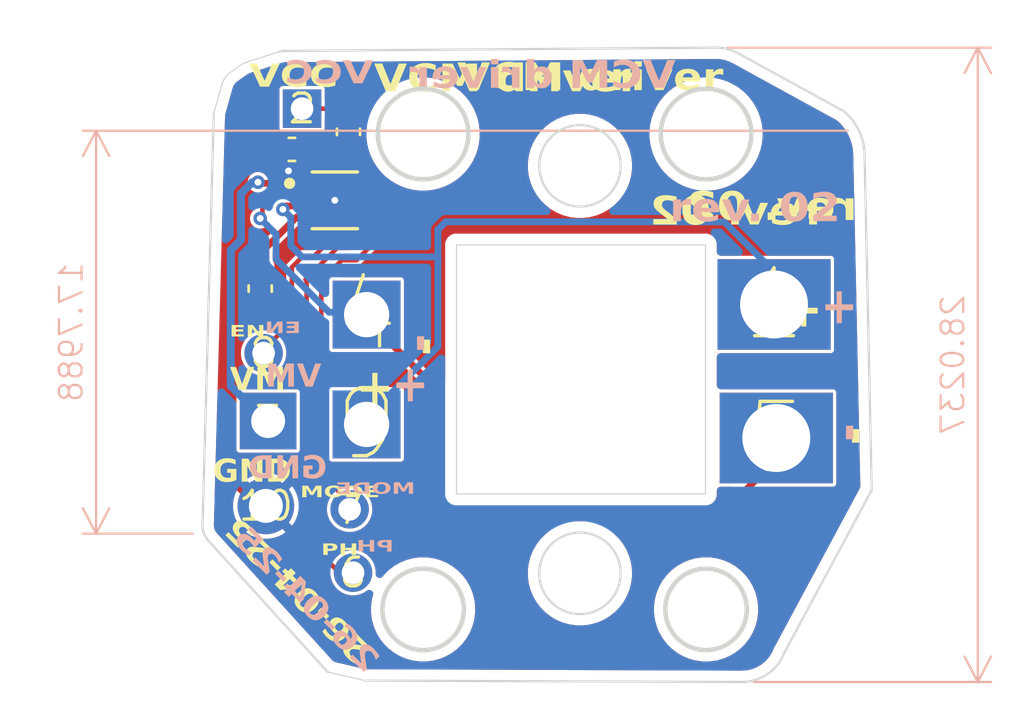
<source format=kicad_pcb>
(kicad_pcb (version 20241229) (generator "pcbnew") (generator_version "9.0")
  (layers (0 "F.Cu" signal) (2 "B.Cu" signal) (13 "F.Paste" user) (15 "B.Paste" user) (5 "F.SilkS" user "F.Silkscreen") (7 "B.SilkS" user "B.Silkscreen") (1 "F.Mask" user) (3 "B.Mask" user) (25 "Edge.Cuts" user))
  (net 0 "")
  (net 1 "Net-(U1-VM)")
  (net 2 "Net-(U1-VCC)")
  (net 3 "VCM -")
  (net 4 "+3.3V")
  (net 5 "Net-(U1-GND)")
  (net 6 "VCM +")
  (net 7 "PWM_EN")
  (net 8 "SLEEP")
  (net 9 "PWM_PH")
  (net 10 "GNDREF")
  (footprint "" (layer "F.Cu") (at 144.95 114.5)
    (property "Reference" "4" (at 0 0 0) (layer "F.SilkS") (effects (font (size 3 3))))
    (property "Value" "")
    (pad "1" thru_hole rect (at 0 0) (size 3 3) (drill 2) (layers "*.Cu" "*.Mask") (net 3 "VCM -"))
  )
  (footprint "" (layer "F.Cu") (at 163.05 119.95 180)
    (property "Reference" "5" (at 0 0 0) (layer "F.SilkS") (effects (font (size 3 3))))
    (property "Value" "")
    (pad "" thru_hole rect (at 0 0 180) (size 5 4) (drill 3) (layers "*.Cu" "*.Mask") (net 3 "VCM -"))
  )
  (footprint "Capacitor_SMD:C_0603_1608Metric" (layer "F.Cu") (at 140.25 113.35 -90)
    (property "Reference" "C1" (hide yes))
    (property "Value" "0.1 uF" (hide yes))
    (fp_line (start -0.14058 0.51) (end 0.14058 0.51) (stroke (width 0.12)) (layer "F.SilkS"))
    (fp_line (start -0.14058 -0.51) (end 0.14058 -0.51) (stroke (width 0.12)) (layer "F.SilkS"))
    (pad "1" smd roundrect (at -0.775 0 270) (size 0.9 0.95) (layers "F.Cu" "F.Mask" "F.Paste") (net 5 "Net-(U1-GND)"))
    (pad "2" smd roundrect (at 0.775 0 270) (size 0.9 0.95) (layers "F.Cu" "F.Mask" "F.Paste") (net 10 "GNDREF"))
  )
  (footprint "Capacitor_SMD:C_0603_1608Metric" (layer "F.Cu") (at 144.15 106.425 -90)
    (property "Reference" "C2" (hide yes))
    (property "Value" "0.1 uF" (hide yes))
    (fp_line (start -0.14058 0.51) (end 0.14058 0.51) (stroke (width 0.12)) (layer "F.SilkS"))
    (fp_line (start -0.14058 -0.51) (end 0.14058 -0.51) (stroke (width 0.12)) (layer "F.SilkS"))
    (pad "1" smd roundrect (at -0.775 0 270) (size 0.9 0.95) (layers "F.Cu" "F.Mask" "F.Paste") (net 4 "+3.3V"))
    (pad "2" smd roundrect (at 0.775 0 270) (size 0.9 0.95) (layers "F.Cu" "F.Mask" "F.Paste") (net 2 "Net-(U1-VCC)"))
  )
  (footprint "" (layer "F.Cu") (at 162.95 114.05 180)
    (property "Reference" "1" (at 0 0 0) (layer "F.SilkS") (effects (font (size 3 3))))
    (property "Value" "")
    (pad "e" thru_hole rect (at 0 0 180) (size 5 4) (drill 3) (layers "*.Cu" "*.Mask") (net 6 "VCM +"))
  )
  (footprint "" (layer "F.Cu") (at 144.35 125.9)
    (property "Reference" "6" (at 0 0 0) (layer "F.SilkS") (effects (font (size 1.27 1.27))))
    (property "Value" "")
    (pad "" thru_hole circle (at 0 0) (size 1.7 1.7) (drill 1) (layers "*.Cu" "*.Mask") (net 9 "PWM_PH"))
  )
  (footprint "" (layer "F.Cu") (at 144.2 123.1)
    (property "Reference" "7" (at 0 0 0) (layer "F.SilkS") (effects (font (size 1.27 1.27))))
    (property "Value" "")
    (pad "1" thru_hole circle (at 0 0) (size 1.7 1.7) (drill 1) (layers "*.Cu" "*.Mask") (net 8 "SLEEP"))
  )
  (footprint "" (layer "F.Cu") (at 142.1 105.4)
    (property "Reference" "2" (at 0 0 0) (layer "F.SilkS") (effects (font (size 1.27 1.27))))
    (property "Value" "")
    (pad "1" thru_hole rect (at 0 0) (size 1.7 1.7) (drill 1) (layers "*.Cu" "*.Mask") (net 4 "+3.3V"))
  )
  (footprint "drv8210:DRV8210" (layer "F.Cu") (at 143.546968 109.45)
    (property "Reference" "U1" (hide yes))
    (property "Value" "DRV8210DSGR" (hide yes))
    (fp_line (start -1.000001 -1.253401) (end 1.000001 -1.253401) (stroke (width 0.15)) (layer "F.SilkS"))
    (fp_line (start -1.000001 1.253401) (end 1.000001 1.253401) (stroke (width 0.15)) (layer "F.SilkS"))
    (fp_circle (center -2.000001 -0.750001) (end -1.875 -0.750001) (stroke (width 0.25)) (fill no) (layer "F.SilkS"))
    (pad "1" smd rect (at -1.053033 -0.749998) (size 0.806066 0.256842) (layers "F.Cu" "F.Mask" "F.Paste") (net 1 "Net-(U1-VM)"))
    (pad "2" smd rect (at -1.053033 -0.25) (size 0.806066 0.256842) (layers "F.Cu" "F.Mask" "F.Paste") (net 3 "VCM -"))
    (pad "3" smd rect (at -1.053033 0.25) (size 0.806066 0.256842) (layers "F.Cu" "F.Mask" "F.Paste") (net 6 "VCM +"))
    (pad "4" smd rect (at -1.053033 0.750001) (size 0.806066 0.256842) (layers "F.Cu" "F.Mask" "F.Paste") (net 5 "Net-(U1-GND)"))
    (pad "5" smd rect (at 1.053033 0.750001) (size 0.806066 0.256842) (layers "F.Cu" "F.Mask" "F.Paste") (net 7 "PWM_EN"))
    (pad "6" smd rect (at 1.053033 0.25) (size 0.806066 0.256842) (layers "F.Cu" "F.Mask" "F.Paste") (net 9 "PWM_PH"))
    (pad "7" smd rect (at 1.053033 -0.25) (size 0.806066 0.256842) (layers "F.Cu" "F.Mask" "F.Paste") (net 8 "SLEEP"))
    (pad "8" smd rect (at 1.053033 -0.749998) (size 0.806066 0.256842) (layers "F.Cu" "F.Mask" "F.Paste") (net 2 "Net-(U1-VCC)"))
    (pad "9" smd rect (at 0 0) (size 1 1.699999) (layers "F.Cu" "F.Mask") (net 10 "GNDREF"))
  )
  (footprint "" (layer "F.Cu") (at 140.4 116.2)
    (property "Reference" "8" (at 0 0 0) (layer "F.SilkS") (effects (font (size 1.27 1.27))))
    (property "Value" "")
    (pad "e" thru_hole circle (at 0 0) (size 1.7 1.7) (drill 1) (layers "*.Cu" "*.Mask") (net 7 "PWM_EN"))
  )
  (footprint "Capacitor_SMD:C_0603_1608Metric" (layer "F.Cu") (at 141.65 107.2)
    (property "Reference" "C3" (hide yes))
    (property "Value" "0.1 uF" (hide yes))
    (fp_line (start -0.14058 -0.51) (end 0.14058 -0.51) (stroke (width 0.12)) (layer "F.SilkS"))
    (fp_line (start -0.14058 0.51) (end 0.14058 0.51) (stroke (width 0.12)) (layer "F.SilkS"))
    (pad "1" smd roundrect (at -0.775 0) (size 0.9 0.95) (layers "F.Cu" "F.Mask" "F.Paste") (net 10 "GNDREF"))
    (pad "2" smd roundrect (at 0.775 0) (size 0.9 0.95) (layers "F.Cu" "F.Mask" "F.Paste") (net 1 "Net-(U1-VM)"))
  )
  (footprint "" (layer "F.Cu") (at 144.95 119.35)
    (property "Reference" "9" (at 0 0 0) (layer "F.SilkS") (effects (font (size 3 3))))
    (property "Value" "")
    (pad "1" thru_hole rect (at 0 0) (size 3 3) (drill 2) (layers "*.Cu" "*.Mask") (net 6 "VCM +"))
  )
  (footprint "" (layer "F.Cu") (at 140.6 119.2)
    (property "Reference" "3" (at 0 0 0) (layer "F.SilkS") (effects (font (size 1.27 1.27))))
    (property "Value" "")
    (pad "1" thru_hole rect (at 0 0) (size 2.5 2.5) (drill 1.5) (layers "*.Cu" "*.Mask") (net 1 "Net-(U1-VM)"))
  )
  (footprint "" (layer "F.Cu") (at 140.5 122.95)
    (property "Reference" "10" (at 0 0 0) (layer "F.SilkS") (effects (font (size 1.27 1.27))))
    (property "Value" "")
    (pad "1" thru_hole circle (at 0 0) (size 2.5 2.5) (drill 1.5) (layers "*.Cu" "*.Mask") (net 10 "GNDREF"))
  )
  (gr_line (start 141.352501 102.848839) (end 160.37947 102.703963) (stroke (width 0.1)) (layer "Edge.Cuts"))
  (gr_arc (start 137.961841 124.488289) (mid 137.768331 124.173816) (end 137.702102 123.810556) (stroke (width 0.1)) (layer "Edge.Cuts"))
  (gr_circle (center 147.446501 106.521501) (end 149.446501 106.521501) (stroke (width 0.2)) (fill no) (layer "Edge.Cuts"))
  (gr_arc (start 163.400179 129.442516) (mid 162.65277 130.384506) (end 161.500287 130.727664) (stroke (width 0.1)) (layer "Edge.Cuts"))
  (gr_circle (center 159.946501 106.521501) (end 161.946501 106.521501) (stroke (width 0.2)) (fill no) (layer "Edge.Cuts"))
  (gr_line (start 139.373416 103.485187) (end 138.929121 103.801366) (stroke (width 0.05)) (layer "Edge.Cuts"))
  (gr_arc (start 160.37947 102.703963) (mid 160.883708 102.764609) (end 161.356413 102.950308) (stroke (width 0.1)) (layer "Edge.Cuts"))
  (gr_line (start 144.88026 130.667393) (end 143.23022 130.288811) (stroke (width 0.05)) (layer "Edge.Cuts"))
  (gr_arc (start 166.019395 105.507599) (mid 166.701291 106.37503) (end 166.95 107.45) (stroke (width 0.1)) (layer "Edge.Cuts"))
  (gr_circle (center 147.446501 127.521501) (end 147.446501 129.321501) (stroke (width 0.2)) (fill no) (layer "Edge.Cuts"))
  (gr_circle (center 159.946501 127.521501) (end 159.946501 129.321501) (stroke (width 0.2)) (fill no) (layer "Edge.Cuts"))
  (gr_arc (start 141.054709 102.896587) (mid 141.20183 102.861418) (end 141.352501 102.848839) (stroke (width 0.1)) (layer "Edge.Cuts"))
  (gr_line (start 137.702102 123.810556) (end 138.2 105.6) (stroke (width 0.1)) (layer "Edge.Cuts"))
  (gr_line (start 167.265143 122.24869) (end 163.400179 129.442514) (stroke (width 0.1)) (layer "Edge.Cuts"))
  (gr_line (start 143.23022 130.288811) (end 137.961841 124.488289) (stroke (width 0.1)) (layer "Edge.Cuts"))
  (gr_line (start 161.356413 102.950308) (end 166.019395 105.507599) (stroke (width 0.1)) (layer "Edge.Cuts"))
  (gr_circle (center 154.375292 107.927358) (end 156.175292 107.927358) (stroke (width 0.1)) (fill no) (layer "Edge.Cuts"))
  (gr_arc (start 139.373416 103.485187) (mid 139.505371 103.405826) (end 139.647916 103.347675) (stroke (width 0.05)) (layer "Edge.Cuts"))
  (gr_circle (center 154.375292 125.927358) (end 156.175292 125.927358) (stroke (width 0.1)) (fill no) (layer "Edge.Cuts"))
  (gr_rect (start 148.921501 111.421501) (end 159.921501 122.421501) (stroke (width 0.05)) (fill no) (layer "Edge.Cuts"))
  (gr_arc (start 138.554489 104.339597) (mid 138.699377 104.034749) (end 138.929121 103.801366) (stroke (width 0.05)) (layer "Edge.Cuts"))
  (gr_line (start 161.500287 130.727664) (end 144.88026 130.667393) (stroke (width 0.1)) (layer "Edge.Cuts"))
  (gr_line (start 166.95 107.45) (end 167.265143 122.24869) (stroke (width 0.1)) (layer "Edge.Cuts"))
  (gr_line (start 141.054709 102.896587) (end 139.647916 103.347675) (stroke (width 0.05)) (layer "Edge.Cuts"))
  (gr_line (start 138.554489 104.339597) (end 138.2 105.6) (stroke (width 0.05)) (layer "Edge.Cuts"))
  (gr_text "+" (at 165.086174 115.3 0) (layer "F.SilkS") (effects (font (size 1.6 1.4) (thickness 0.1) (bold yes)) (justify right bottom)))
  (gr_text "rev. 02 " (at 162.5 109.8 0) (layer "F.SilkS") (effects (font (size 1.25 1.4) (thickness 0.2) (bold yes)) (justify mirror)))
  (gr_text "GND" (at 141.636174 122.05 0) (layer "F.SilkS") (effects (font (size 1 1) (thickness 0.1) (bold yes)) (justify right bottom)))
  (gr_text "VM" (at 141.386174 118 0) (layer "F.SilkS") (effects (font (size 1 1) (thickness 0.1) (bold yes)) (justify right bottom)))
  (gr_text "+" (at 146.136174 118.75 0) (layer "F.SilkS") (effects (font (size 1.6 1.4) (thickness 0.1) (bold yes)) (justify right bottom)))
  (gr_text "EN" (at 140.486174 115.55 0) (layer "F.SilkS") (effects (font (size 0.5 0.75) (thickness 0.1) (bold yes)) (justify right bottom)))
  (gr_text "rev. 02 " (at 160.886174 110 0) (layer "F.SilkS") (effects (font (size 1.25 1.4) (thickness 0.2) (bold yes)) (justify mirror)))
  (gr_text "PH" (at 144.586174 125.2 0) (layer "F.SilkS") (effects (font (size 0.5 0.75) (thickness 0.1) (bold yes)) (justify right bottom)))
  (gr_text "VCC" (at 143.686174 104.6 0) (layer "F.SilkS") (effects (font (size 1 1.25) (thickness 0.1) (bold yes)) (justify right bottom)))
  (gr_text "MODE" (at 145.536174 122.65 0) (layer "F.SilkS") (effects (font (size 0.5 0.75) (thickness 0.1) (bold yes)) (justify right bottom)))
  (gr_text "26-04-25" (at 145.35 129.2 135) (layer "F.SilkS") (effects (font (size 1 1.2) (thickness 0.1) (bold yes)) (justify left bottom)))
  (gr_text "-" (at 146.686174 115.5 270) (layer "F.SilkS") (effects (font (size 1.6 1.4) (thickness 0.1) (bold yes)) (justify left bottom)))
  (gr_text "VCM driver\n\n" (at 157.036174 106.85 0) (layer "F.SilkS") (effects (font (size 1.2 1.35) (thickness 0.1) (bold yes)) (justify right bottom)))
  (gr_text "VCM driver\n\n" (at 148.95 106.8 0) (layer "F.SilkS") (effects (font (size 1.2 1.35) (thickness 0.1) (bold yes)) (justify left bottom)))
  (gr_text "-" (at 165.636174 119.45 270) (layer "F.SilkS") (effects (font (size 1.6 1.4) (thickness 0.1) (bold yes)) (justify left bottom)))
  (gr_text "+" (at 166.65 115.15 0) (layer "B.SilkS") (effects (font (size 1.6 1.4) (thickness 0.1) (bold yes)) (justify left bottom mirror)))
  (gr_text "26-04-25" (at 144.8 130.5 315) (layer "B.SilkS") (effects (font (size 1 1.2) (thickness 0.1) (bold yes)) (justify left bottom mirror)))
  (gr_text "EN" (at 142.05 115.4 0) (layer "B.SilkS") (effects (font (size 0.5 0.75) (thickness 0.1) (bold yes)) (justify left bottom mirror)))
  (gr_text "VM" (at 142.95 117.85 0) (layer "B.SilkS") (effects (font (size 1 1) (thickness 0.1) (bold yes)) (justify left bottom mirror)))
  (gr_text "-" (at 167.2 119.3 90) (layer "B.SilkS") (effects (font (size 1.6 1.4) (thickness 0.1) (bold yes)) (justify left bottom mirror)))
  (gr_text "MODE" (at 147.1 122.5 0) (layer "B.SilkS") (effects (font (size 0.5 0.75) (thickness 0.1) (bold yes)) (justify left bottom mirror)))
  (gr_text "GND" (at 143.2 121.9 0) (layer "B.SilkS") (effects (font (size 1 1) (thickness 0.1) (bold yes)) (justify left bottom mirror)))
  (gr_text "+" (at 147.7 118.6 0) (layer "B.SilkS") (effects (font (size 1.6 1.4) (thickness 0.1) (bold yes)) (justify left bottom mirror)))
  (gr_text "VCC" (at 145.25 104.45 0) (layer "B.SilkS") (effects (font (size 1 1.25) (thickness 0.1) (bold yes)) (justify left bottom mirror)))
  (gr_text "-" (at 148.25 115.35 90) (layer "B.SilkS") (effects (font (size 1.6 1.4) (thickness 0.1) (bold yes)) (justify left bottom mirror)))
  (gr_text "VCM driver\n\n" (at 158.6 106.7 0) (layer "B.SilkS") (effects (font (size 1.2 1.35) (thickness 0.1) (bold yes)) (justify left bottom mirror)))
  (gr_text "PH" (at 146.15 125.05 0) (layer "B.SilkS") (effects (font (size 0.5 0.75) (thickness 0.1) (bold yes)) (justify left bottom mirror)))
  (gr_text "rev. 02 " (at 162.45 109.85 0) (layer "B.SilkS") (effects (font (size 1.25 1.4) (thickness 0.2) (bold yes))))
  (dimension (type orthogonal) (layer "B.SilkS") (pts (xy 160.409799 102.703963) (xy 161.563247 130.727664)) (height 11.540201) (orientation 1) (format (prefix "") (suffix "") (units 3) (units_format 0) (precision 4) (suppress_zeroes yes)) (style (thickness 0.1) (arrow_length 1.27) (text_position_mode 0) (arrow_direction outward) (extension_height 0.58642) (extension_offset 0.5) (keep_text_aligned yes)) (gr_text "28.0237" (at 170.85 116.715814 90) (layer "B.SilkS") (effects (font (size 1 1) (thickness 0.1)) (justify mirror))))
  (dimension (type orthogonal) (layer "B.SilkS") (pts (xy 166.701291 106.37503) (xy 137.768331 124.173793)) (height -33.701291) (orientation 1) (format (prefix "") (suffix "") (units 3) (units_format 0) (precision 4) (suppress_zeroes yes)) (style (thickness 0.1) (arrow_length 1.27) (text_position_mode 0) (arrow_direction outward) (extension_height 0.58642) (extension_offset 0.5) (keep_text_aligned yes)) (gr_text "17.7988" (at 131.9 115.274412 90) (layer "B.SilkS") (effects (font (size 1 1) (thickness 0.1)) (justify mirror))))
  (segment (start 142.493935 107.268935) (end 142.425 107.2) (width 0.4) (layer "F.Cu") (net 1))
  (segment (start 142.493935 108.700002) (end 142.493935 107.268935) (width 0.4) (layer "F.Cu") (net 1))
  (segment (start 140.15 108.65) (end 140.200002 108.700002) (width 0.3) (layer "F.Cu") (net 1))
  (segment (start 140.200002 108.700002) (end 142.249998 108.700002) (width 0.3) (layer "F.Cu") (net 1))
  (segment (start 142.249998 108.700002) (end 142.3 108.65) (width 0.2) (layer "F.Cu") (net 1))
  (via (at 140.15 108.65) (size 0.6) (drill 0.3) (layers "F.Cu" "B.Cu") (net 1))
  (segment (start 139.9 108.65) (end 139.4 109.15) (width 0.35) (layer "B.Cu") (net 1))
  (segment (start 138.95 111.65) (end 138.95 117.65) (width 0.35) (layer "B.Cu") (net 1))
  (segment (start 140.15 108.65) (end 139.9 108.65) (width 0.35) (layer "B.Cu") (net 1))
  (segment (start 139.4 111.2) (end 138.95 111.65) (width 0.35) (layer "B.Cu") (net 1))
  (segment (start 138.95 117.65) (end 140.5 119.2) (width 0.35) (layer "B.Cu") (net 1))
  (segment (start 139.4 109.15) (end 139.4 111.2) (width 0.35) (layer "B.Cu") (net 1))
  (segment (start 144.05 108.150001) (end 144.600001 108.700002) (width 0.2) (layer "F.Cu") (net 2))
  (segment (start 144.05 107.275) (end 144.05 108.150001) (width 0.2) (layer "F.Cu") (net 2))
  (segment (start 155.39053 123.476358) (end 155.414172 123.5) (width 0.3) (layer "F.Cu") (net 3))
  (segment (start 140.35 109.6) (end 140.35 110.15) (width 0.2) (layer "F.Cu") (net 3))
  (segment (start 153.360054 123.476358) (end 155.39053 123.476358) (width 0.3) (layer "F.Cu") (net 3))
  (segment (start 160.45 123.5) (end 163.05 120.9) (width 0.3) (layer "F.Cu") (net 3))
  (segment (start 148.05 117.8) (end 148.05 122.55) (width 0.3) (layer "F.Cu") (net 3))
  (segment (start 144.75 114.5) (end 148.05 117.8) (width 0.3) (layer "F.Cu") (net 3))
  (segment (start 155.414172 123.5) (end 160.45 123.5) (width 0.3) (layer "F.Cu") (net 3))
  (segment (start 148.05 122.55) (end 149 123.5) (width 0.3) (layer "F.Cu") (net 3))
  (segment (start 153.336412 123.5) (end 153.360054 123.476358) (width 0.3) (layer "F.Cu") (net 3))
  (segment (start 140.35 110.15) (end 140.25 110.25) (width 0.2) (layer "F.Cu") (net 3))
  (segment (start 142.493935 109.2) (end 140.75 109.2) (width 0.2) (layer "F.Cu") (net 3))
  (segment (start 149 123.5) (end 153.336412 123.5) (width 0.3) (layer "F.Cu") (net 3))
  (segment (start 140.75 109.2) (end 140.35 109.6) (width 0.2) (layer "F.Cu") (net 3))
  (segment (start 163.05 120.9) (end 163.05 119.95) (width 0.3) (layer "F.Cu") (net 3))
  (via (at 140.25 110.25) (size 0.6) (drill 0.3) (layers "F.Cu" "B.Cu") (net 3))
  (segment (start 140.8 110.8) (end 140.95 110.95) (width 0.3) (layer "B.Cu") (net 3))
  (segment (start 140.25 110.25) (end 140.95 110.95) (width 0.3) (layer "B.Cu") (net 3))
  (segment (start 143.296501 114.396501) (end 144.821501 114.396501) (width 0.3) (layer "B.Cu") (net 3))
  (segment (start 140.95 110.95) (end 140.95 112.05) (width 0.3) (layer "B.Cu") (net 3))
  (segment (start 140.95 112.05) (end 143.296501 114.396501) (width 0.3) (layer "B.Cu") (net 3))
  (segment (start 143.725 105.4) (end 144.05 105.725) (width 0.2) (layer "F.Cu") (net 4))
  (segment (start 142.1 105.4) (end 143.725 105.4) (width 0.2) (layer "F.Cu") (net 4))
  (segment (start 140.5 112.149322) (end 140.162161 112.487161) (width 0.3) (layer "F.Cu") (net 5))
  (segment (start 141.849999 110.200001) (end 140.5 111.55) (width 0.3) (layer "F.Cu") (net 5))
  (segment (start 140.5 111.55) (end 140.5 112.149322) (width 0.3) (layer "F.Cu") (net 5))
  (segment (start 142.493935 110.200001) (end 141.849999 110.200001) (width 0.3) (layer "F.Cu") (net 5))
  (segment (start 141.25 109.85) (end 141.400001 109.699999) (width 0.3) (layer "F.Cu") (net 6))
  (segment (start 141.400001 109.699999) (end 142.193934 109.699999) (width 0.3) (layer "F.Cu") (net 6))
  (via (at 141.25 109.85) (size 0.6) (drill 0.3) (layers "F.Cu" "B.Cu") (net 6))
  (segment (start 141.6 111.45) (end 142.1 111.95) (width 0.3) (layer "B.Cu") (net 6))
  (segment (start 148.1 110.740938) (end 148.440938 110.4) (width 0.3) (layer "B.Cu") (net 6))
  (segment (start 141.25 109.85) (end 141.6 110.2) (width 0.3) (layer "B.Cu") (net 6))
  (segment (start 148.1 115.912102) (end 148.1 111.95) (width 0.3) (layer "B.Cu") (net 6))
  (segment (start 163.071501 112.721501) (end 163.071501 114.271501) (width 0.3) (layer "B.Cu") (net 6))
  (segment (start 141.6 110.2) (end 141.6 111.45) (width 0.3) (layer "B.Cu") (net 6))
  (segment (start 142.1 111.95) (end 148.1 111.95) (width 0.3) (layer "B.Cu") (net 6))
  (segment (start 144.653615 119.358487) (end 148.1 115.912102) (width 0.3) (layer "B.Cu") (net 6))
  (segment (start 148.440938 110.4) (end 160.75 110.4) (width 0.3) (layer "B.Cu") (net 6))
  (segment (start 148.1 111.95) (end 148.1 110.740938) (width 0.3) (layer "B.Cu") (net 6))
  (segment (start 160.75 110.4) (end 163.071501 112.721501) (width 0.3) (layer "B.Cu") (net 6))
  (segment (start 143.55 111) (end 143.85 111) (width 0.2) (layer "F.Cu") (net 7))
  (segment (start 142.65 111.9) (end 143.55 111) (width 0.2) (layer "F.Cu") (net 7))
  (segment (start 141.65 112.4) (end 142.15 111.9) (width 0.2) (layer "F.Cu") (net 7))
  (segment (start 144.600001 110.249999) (end 144.600001 110.200001) (width 0.2) (layer "F.Cu") (net 7))
  (segment (start 142.15 111.9) (end 142.65 111.9) (width 0.2) (layer "F.Cu") (net 7))
  (segment (start 140.55 115.9) (end 141.65 114.8) (width 0.2) (layer "F.Cu") (net 7))
  (segment (start 143.85 111) (end 144.600001 110.249999) (width 0.2) (layer "F.Cu") (net 7))
  (segment (start 141.65 114.8) (end 141.65 112.4) (width 0.2) (layer "F.Cu") (net 7))
  (segment (start 140.55 116.35) (end 140.55 115.9) (width 0.2) (layer "F.Cu") (net 7))
  (segment (start 143.849 112.1) (end 144.5 112.1) (width 0.2) (layer "F.Cu") (net 8))
  (segment (start 144.5 112.1) (end 145.85 110.75) (width 0.2) (layer "F.Cu") (net 8))
  (segment (start 142.949 121.549) (end 142.949 113) (width 0.2) (layer "F.Cu") (net 8))
  (segment (start 144.05 122.65) (end 142.949 121.549) (width 0.2) (layer "F.Cu") (net 8))
  (segment (start 145.2 109.2) (end 144.600001 109.2) (width 0.2) (layer "F.Cu") (net 8))
  (segment (start 145.85 110.75) (end 145.85 109.85) (width 0.2) (layer "F.Cu") (net 8))
  (segment (start 145.85 109.85) (end 145.2 109.2) (width 0.2) (layer "F.Cu") (net 8))
  (segment (start 142.949 113) (end 143.849 112.1) (width 0.2) (layer "F.Cu") (net 8))
  (segment (start 145.204034 110.529422) (end 145.204034 110.45) (width 0.2) (layer "F.Cu") (net 9))
  (segment (start 142.25 112.95) (end 142.3 112.9) (width 0.2) (layer "F.Cu") (net 9))
  (segment (start 142.3 124.45) (end 142.3 117.2) (width 0.2) (layer "F.Cu") (net 9))
  (segment (start 145.204034 109.754034) (end 145.15 109.7) (width 0.2) (layer "F.Cu") (net 9))
  (segment (start 144.05 126.2) (end 142.3 124.45) (width 0.2) (layer "F.Cu") (net 9))
  (segment (start 144.183456 111.55) (end 145.204034 110.529422) (width 0.2) (layer "F.Cu") (net 9))
  (segment (start 142.3 117.2) (end 142.3 112.9) (width 0.2) (layer "F.Cu") (net 9))
  (segment (start 145.204034 110.528422) (end 145.204034 109.754034) (width 0.2) (layer "F.Cu") (net 9))
  (segment (start 142.3 117.4) (end 142.3 117.2) (width 0.2) (layer "F.Cu") (net 9))
  (segment (start 142.3 112.9) (end 143.649999 111.55) (width 0.2) (layer "F.Cu") (net 9))
  (segment (start 145.15 109.7) (end 144.600001 109.7) (width 0.2) (layer "F.Cu") (net 9))
  (segment (start 143.649999 111.55) (end 144.183456 111.55) (width 0.2) (layer "F.Cu") (net 9))
  (segment (start 140.9 107.9) (end 140.9 107.575) (width 0.3) (layer "F.Cu") (net 10))
  (segment (start 141.1 113.275) (end 140.25 114.125) (width 0.3) (layer "F.Cu") (net 10))
  (segment (start 138.65 114.95) (end 139.475 114.125) (width 0.35) (layer "F.Cu") (net 10))
  (segment (start 143.546968 109.449999) (end 143.546968 110.053032) (width 0.3) (layer "F.Cu") (net 10))
  (segment (start 143.546968 110.053032) (end 142.35 111.25) (width 0.3) (layer "F.Cu") (net 10))
  (segment (start 140.5 123.3) (end 138.65 121.45) (width 0.35) (layer "F.Cu") (net 10))
  (segment (start 141.5 108.15) (end 141.15 108.15) (width 0.3) (layer "F.Cu") (net 10))
  (segment (start 138.65 121.45) (end 138.65 114.95) (width 0.35) (layer "F.Cu") (net 10))
  (segment (start 141.1 111.95) (end 141.1 113.275) (width 0.3) (layer "F.Cu") (net 10))
  (segment (start 142.35 111.25) (end 141.8 111.25) (width 0.3) (layer "F.Cu") (net 10))
  (segment (start 139.475 114.125) (end 140.25 114.125) (width 0.35) (layer "F.Cu") (net 10))
  (segment (start 141.8 111.25) (end 141.1 111.95) (width 0.3) (layer "F.Cu") (net 10))
  (segment (start 141.15 108.15) (end 140.9 107.9) (width 0.3) (layer "F.Cu") (net 10))
  (via (at 143.546968 109.45) (size 0.6) (drill 0.3) (layers "F.Cu" "B.Cu") (net 10))
  (via (at 141.5 108.15) (size 0.6) (drill 0.3) (layers "F.Cu" "B.Cu") (net 10))
  (segment (start 141.7 108.2) (end 143 108.2) (width 0.2) (layer "B.Cu") (net 10))
  (segment (start 141.5 108.15) (end 141.65 108.15) (width 0.2) (layer "B.Cu") (net 10))
  (segment (start 141.65 108.15) (end 141.7 108.2) (width 0.2) (layer "B.Cu") (net 10))
  (segment (start 143.546968 108.746968) (end 143.546968 109.45) (width 0.2) (layer "B.Cu") (net 10))
  (segment (start 143 108.2) (end 143.546968 108.746968) (width 0.2) (layer "B.Cu") (net 10))
  (zone (net 10) (net_name "GNDREF") (layers "F.Cu" "B.Cu") (name "fill") (connect_pads (clearance 0.15)) (min_thickness 0.35) (fill yes (thermal_gap 0.2) (thermal_bridge_width 0.4) (island_removal_mode 1) (island_area_min 2))
    (polygon (pts (xy 168.04938 132.6) (xy 142.372637 132.6) (xy 136.447552 124.442998) (xy 136.75 100.6) (xy 161.35 101.2) (xy 168.742221 103.872572)))
  )
)
</source>
